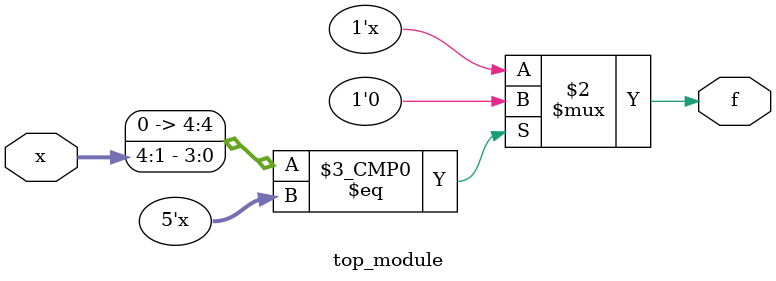
<source format=sv>
module top_module (
    input [4:1] x,
    output logic f
);

always_comb begin
    case(x)
        5'bxxxxx: f = 0;
        5'b00000: f = 1;
        5'b00001: f = 1;
        5'b00010: f = 0;
        5'b00011: f = 0;
        5'b00100: f = 1;
        5'b00101: f = 1;
        5'b00110: f = 1;
        5'b00111: f = 0;
        5'b01000: f = 0;
        5'b01001: f = 0;
        5'b01010: f = 0;
        5'b01011: f = 0;
        5'b01100: f = 1;
        5'b01101: f = 0;
        5'b01110: f = 1;
        5'b01111: f = 1;
        default: f = 0;
    endcase
end

endmodule

</source>
